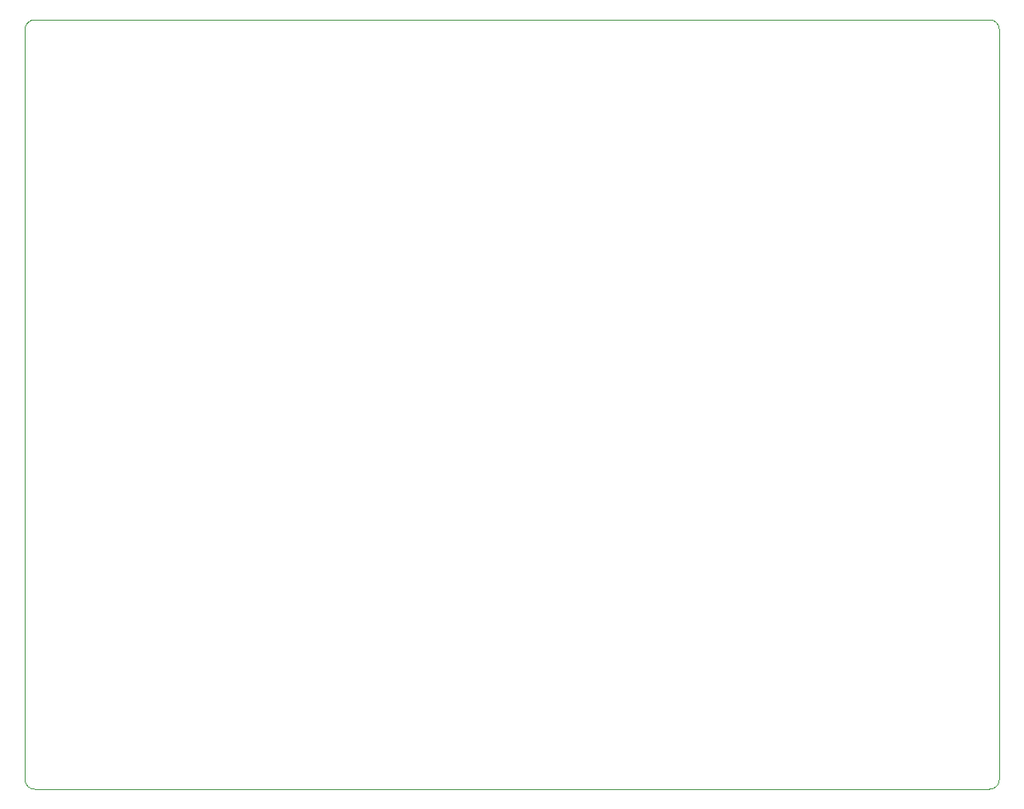
<source format=gbr>
%TF.GenerationSoftware,KiCad,Pcbnew,8.0.8-8.0.8-0~ubuntu22.04.1*%
%TF.CreationDate,2025-01-15T16:30:14-08:00*%
%TF.ProjectId,NX-J401-Adapter,4e582d4a-3430-4312-9d41-646170746572,4*%
%TF.SameCoordinates,Original*%
%TF.FileFunction,Profile,NP*%
%FSLAX46Y46*%
G04 Gerber Fmt 4.6, Leading zero omitted, Abs format (unit mm)*
G04 Created by KiCad (PCBNEW 8.0.8-8.0.8-0~ubuntu22.04.1) date 2025-01-15 16:30:14*
%MOMM*%
%LPD*%
G01*
G04 APERTURE LIST*
%TA.AperFunction,Profile*%
%ADD10C,0.100000*%
%TD*%
G04 APERTURE END LIST*
D10*
X226016820Y-159004000D02*
G75*
G02*
X225000800Y-157988000I-20J1016000D01*
G01*
X225000820Y-81026000D02*
G75*
G02*
X226016820Y-80010020I1015980J0D01*
G01*
X323984620Y-80010000D02*
G75*
G02*
X325000600Y-81026000I-20J-1016000D01*
G01*
X225000820Y-81026000D02*
X225000820Y-157988000D01*
X226016820Y-159004000D02*
X323984620Y-159004000D01*
X325000620Y-157988000D02*
G75*
G02*
X323984620Y-159004020I-1016020J0D01*
G01*
X325000620Y-157988000D02*
X325000620Y-81026000D01*
X323984620Y-80010000D02*
X226016820Y-80010000D01*
M02*

</source>
